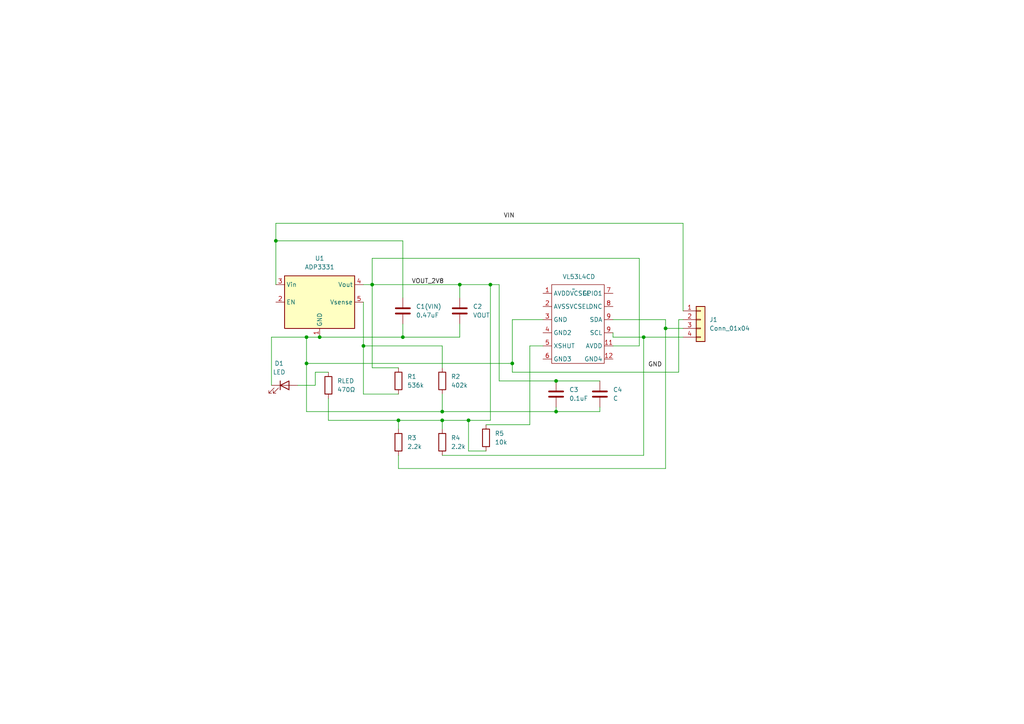
<source format=kicad_sch>
(kicad_sch (version 20250114) (generator "eeschema") (generator_version "9.0")
  (paper "A4")
  (lib_symbols
    (symbol "Connector_Generic:Conn_01x04" (pin_names (offset 1.016) (hide yes))
      (property "Reference" "J1" (at 2.54 0.0001 0))
      (property "Value" "Conn_01x04" (at 2.54 -2.5399 0))
      (symbol "Conn_01x04_1_1"
        (rectangle (start -1.27 3.81) (end 1.27 -6.35) (stroke (width 0.254)) (fill (type background)))
        (rectangle (start -1.27 2.667) (end 0 2.413) (stroke (width 0.1524)))
        (rectangle (start -1.27 0.127) (end 0 -0.127) (stroke (width 0.1524)))
        (rectangle (start -1.27 -2.413) (end 0 -2.667) (stroke (width 0.1524)))
        (rectangle (start -1.27 -4.953) (end 0 -5.207) (stroke (width 0.1524)))
        (pin passive line (at -5.08 2.54 0) (length 3.81) (name "Pin_1") (number "1"))
        (pin passive line (at -5.08 0 0) (length 3.81) (name "Pin_2") (number "2"))
        (pin passive line (at -5.08 -2.54 0) (length 3.81) (name "SDA") (number "3"))
        (pin passive line (at -5.08 -5.08 0) (length 3.81) (name "SCL") (number "4"))
      )
    )
    (symbol "Device:C" (pin_numbers (hide yes)) (pin_names (offset 0.254))
      (property "Reference" "C" (at 0.635 2.54 0))
      (property "Value" "C" (at 0.635 -2.54 0))
      (symbol "C_0_1"
        (polyline (pts (xy -2.032 0.762) (xy 2.032 0.762)) (stroke (width 0.508)))
        (polyline (pts (xy -2.032 -0.762) (xy 2.032 -0.762)) (stroke (width 0.508)))
      )
      (symbol "C_1_1"
        (pin passive line (at 0 3.81 270) (length 2.794) (name "~") (number "1"))
        (pin passive line (at 0 -3.81 90) (length 2.794) (name "~") (number "2"))
      )
    )
    (symbol "Device:LED" (pin_numbers (hide yes)) (pin_names (offset 1.016) (hide yes))
      (property "Reference" "D" (at 0 2.54 0))
      (property "Value" "LED" (at 0 -2.54 0))
      (symbol "LED_0_1"
        (polyline (pts (xy -3.048 -0.762) (xy -4.572 -2.286) (xy -3.81 -2.286) (xy -4.572 -2.286) (xy -4.572 -1.524)))
        (polyline (pts (xy -1.778 -0.762) (xy -3.302 -2.286) (xy -2.54 -2.286) (xy -3.302 -2.286) (xy -3.302 -1.524)))
        (polyline (pts (xy -1.27 0) (xy 1.27 0)))
        (polyline (pts (xy -1.27 -1.27) (xy -1.27 1.27)) (stroke (width 0.254)))
        (polyline (pts (xy 1.27 -1.27) (xy 1.27 1.27) (xy -1.27 0) (xy 1.27 -1.27)) (stroke (width 0.254)))
      )
      (symbol "LED_1_1"
        (pin passive line (at -3.81 0 0) (length 2.54) (name "K") (number "1"))
        (pin passive line (at 3.81 0 180) (length 2.54) (name "A") (number "2"))
      )
    )
    (symbol "Device:R" (pin_numbers (hide yes)) (pin_names (offset 0))
      (property "Reference" "R" (at 2.032 0 90))
      (property "Value" "R" (at 0 0 90))
      (symbol "R_0_1"
        (rectangle (start -1.016 -2.54) (end 1.016 2.54) (stroke (width 0.254)))
      )
      (symbol "R_1_1"
        (pin passive line (at 0 3.81 270) (length 1.27) (name "~") (number "1"))
        (pin passive line (at 0 -3.81 90) (length 1.27) (name "~") (number "2"))
      )
    )
    (symbol "Regulator_Linear:LDO40LPU33RY"
      (property "Reference" "U" (at 0 0 0))
      (property "Value" "LDO40LPU33RY" (at 0 0 0))
      (symbol "LDO40LPU33RY_1_1"
        (rectangle (start -10.16 7.62) (end 10.16 -7.62) (stroke (width 0.254)) (fill (type background)))
        (pin power_in line (at -12.7 5.08 0) (length 2.54) (name "Vin") (number "3"))
        (pin input line (at -12.7 0 0) (length 2.54) (name "EN") (number "2"))
        (pin no_connect line (at -2.54 -10.16 90) (length 2.54) (hide yes) (name "NC") (number "6"))
        (pin power_in line (at 0 -10.16 90) (length 2.54) (name "GND") (number "1"))
        (pin passive line (at 0 -10.16 90) (length 2.54) (hide yes) (name "GND") (number "7"))
        (pin power_out line (at 12.7 5.08 180) (length 2.54) (name "Vout") (number "4"))
        (pin input line (at 12.7 0 180) (length 2.54) (name "Vsense") (number "5"))
      )
    )
    (symbol "VL53L4CD:VL53L4CD"
      (property "Reference" "VL53L4CD" (at 0.254 14.986 0))
      (property "Value" "~" (at -1.27 11.43 0))
      (symbol "VL53L4CD_0_1"
        (rectangle (start -7.62 12.7) (end 7.62 -10.16))
      )
      (symbol "VL53L4CD_1_1"
        (pin power_in line (at -10.16 10.16 0) (length 2.54) (name "AVDDVCSEL") (number "1"))
        (pin power_in line (at -10.16 6.35 0) (length 2.54) (name "AVSSVCSEL") (number "2"))
        (pin power_in line (at -10.16 2.54 0) (length 2.54) (name "GND") (number "3"))
        (pin power_in line (at -10.16 -1.27 0) (length 2.54) (name "GND2") (number "4"))
        (pin input line (at -10.16 -5.08 0) (length 2.54) (name "XSHUT") (number "5"))
        (pin power_in line (at -10.16 -8.89 0) (length 2.54) (name "GND3") (number "6"))
        (pin open_collector line (at 10.16 10.16 180) (length 2.54) (name "GPIO1") (number "7"))
        (pin passive line (at 10.16 6.35 180) (length 2.54) (name "DNC") (number "8"))
        (pin bidirectional line (at 10.16 2.54 180) (length 2.54) (name "SDA") (number "9"))
        (pin input line (at 10.16 -1.27 180) (length 2.54) (name "SCL") (number "9"))
        (pin power_in line (at 10.16 -5.08 180) (length 2.54) (name "AVDD") (number "11"))
        (pin power_in line (at 10.16 -8.89 180) (length 2.54) (name "GND4") (number "12"))
      )
    )
  )
  (junction (at 128.27 119.38))
  (junction (at 107.95 82.55))
  (junction (at 92.71 97.79))
  (junction (at 88.9 97.79))
  (junction (at 148.59 105.41))
  (junction (at 193.04 95.25))
  (junction (at 88.9 105.41))
  (junction (at 186.69 97.79))
  (junction (at 161.29 110.49))
  (junction (at 142.24 82.55))
  (junction (at 128.27 121.92))
  (junction (at 105.41 100.33))
  (junction (at 133.35 82.55))
  (junction (at 161.29 119.38))
  (junction (at 115.57 121.92))
  (junction (at 135.89 121.92))
  (junction (at 116.84 97.79))
  (junction (at 80.01 69.85))
  (wire (pts (xy 105.41 87.63) (xy 105.41 100.33)))
  (wire (pts (xy 193.04 92.71) (xy 193.04 95.25)))
  (wire (pts (xy 135.89 130.81) (xy 140.97 130.81)))
  (wire (pts (xy 105.41 82.55) (xy 107.95 82.55)))
  (wire (pts (xy 95.25 121.92) (xy 115.57 121.92)))
  (wire (pts (xy 177.8 100.33) (xy 185.42 100.33)))
  (wire (pts (xy 80.01 69.85) (xy 80.01 82.55)))
  (wire (pts (xy 116.84 97.79) (xy 133.35 97.79)))
  (wire (pts (xy 95.25 115.57) (xy 95.25 121.92)))
  (wire (pts (xy 196.85 92.71) (xy 198.12 92.71)))
  (wire (pts (xy 115.57 106.68) (xy 107.95 106.68)))
  (wire (pts (xy 115.57 121.92) (xy 115.57 124.46)))
  (wire (pts (xy 148.59 107.95) (xy 148.59 105.41)))
  (wire (pts (xy 128.27 106.68) (xy 128.27 100.33)))
  (wire (pts (xy 161.29 119.38) (xy 173.99 119.38)))
  (wire (pts (xy 80.01 69.85) (xy 116.84 69.85)))
  (wire (pts (xy 193.04 95.25) (xy 198.12 95.25)))
  (wire (pts (xy 88.9 105.41) (xy 148.59 105.41)))
  (wire (pts (xy 142.24 121.92) (xy 135.89 121.92)))
  (wire (pts (xy 128.27 114.3) (xy 128.27 119.38)))
  (wire (pts (xy 140.97 123.19) (xy 153.67 123.19)))
  (wire (pts (xy 142.24 82.55) (xy 142.24 121.92)))
  (wire (pts (xy 91.44 107.95) (xy 95.25 107.95)))
  (wire (pts (xy 193.04 95.25) (xy 193.04 135.89)))
  (wire (pts (xy 185.42 100.33) (xy 185.42 74.93)))
  (wire (pts (xy 133.35 82.55) (xy 142.24 82.55)))
  (wire (pts (xy 78.74 97.79) (xy 88.9 97.79)))
  (wire (pts (xy 144.78 82.55) (xy 144.78 110.49)))
  (wire (pts (xy 88.9 119.38) (xy 88.9 105.41)))
  (wire (pts (xy 105.41 100.33) (xy 105.41 114.3)))
  (wire (pts (xy 177.8 97.79) (xy 177.8 96.52)))
  (wire (pts (xy 193.04 135.89) (xy 115.57 135.89)))
  (wire (pts (xy 115.57 135.89) (xy 115.57 132.08)))
  (wire (pts (xy 135.89 121.92) (xy 135.89 130.81)))
  (wire (pts (xy 107.95 82.55) (xy 107.95 106.68)))
  (wire (pts (xy 88.9 97.79) (xy 92.71 97.79)))
  (wire (pts (xy 177.8 97.79) (xy 186.69 97.79)))
  (wire (pts (xy 107.95 82.55) (xy 133.35 82.55)))
  (wire (pts (xy 91.44 111.76) (xy 91.44 107.95)))
  (wire (pts (xy 128.27 119.38) (xy 161.29 119.38)))
  (wire (pts (xy 128.27 121.92) (xy 128.27 124.46)))
  (wire (pts (xy 142.24 82.55) (xy 144.78 82.55)))
  (wire (pts (xy 135.89 121.92) (xy 128.27 121.92)))
  (wire (pts (xy 115.57 114.3) (xy 105.41 114.3)))
  (wire (pts (xy 107.95 74.93) (xy 107.95 82.55)))
  (wire (pts (xy 161.29 118.11) (xy 161.29 119.38)))
  (wire (pts (xy 88.9 105.41) (xy 88.9 97.79)))
  (wire (pts (xy 128.27 100.33) (xy 105.41 100.33)))
  (wire (pts (xy 157.48 92.71) (xy 148.59 92.71)))
  (wire (pts (xy 186.69 97.79) (xy 198.12 97.79)))
  (wire (pts (xy 148.59 107.95) (xy 196.85 107.95)))
  (wire (pts (xy 185.42 74.93) (xy 107.95 74.93)))
  (wire (pts (xy 157.48 100.33) (xy 153.67 100.33)))
  (wire (pts (xy 128.27 121.92) (xy 115.57 121.92)))
  (wire (pts (xy 116.84 93.98) (xy 116.84 97.79)))
  (wire (pts (xy 133.35 82.55) (xy 133.35 86.36)))
  (wire (pts (xy 80.01 64.77) (xy 80.01 69.85)))
  (wire (pts (xy 88.9 119.38) (xy 128.27 119.38)))
  (wire (pts (xy 86.36 111.76) (xy 91.44 111.76)))
  (wire (pts (xy 186.69 132.08) (xy 186.69 97.79)))
  (wire (pts (xy 92.71 97.79) (xy 116.84 97.79)))
  (wire (pts (xy 128.27 132.08) (xy 186.69 132.08)))
  (wire (pts (xy 133.35 97.79) (xy 133.35 93.98)))
  (wire (pts (xy 198.12 64.77) (xy 80.01 64.77)))
  (wire (pts (xy 161.29 110.49) (xy 173.99 110.49)))
  (wire (pts (xy 78.74 111.76) (xy 78.74 97.79)))
  (wire (pts (xy 116.84 69.85) (xy 116.84 86.36)))
  (wire (pts (xy 148.59 92.71) (xy 148.59 105.41)))
  (wire (pts (xy 177.8 92.71) (xy 193.04 92.71)))
  (wire (pts (xy 196.85 92.71) (xy 196.85 107.95)))
  (wire (pts (xy 144.78 110.49) (xy 161.29 110.49)))
  (wire (pts (xy 173.99 118.11) (xy 173.99 119.38)))
  (wire (pts (xy 198.12 90.17) (xy 198.12 64.77)))
  (wire (pts (xy 153.67 100.33) (xy 153.67 123.19)))
  (label "VIN" (at 146.05 63.5 0))
  (label "GND" (at 187.96 106.68 0))
  (label "VOUT_2V8" (at 119.38 82.55 0))
  (symbol (lib_id "Device:LED") (at 82.55 111.76 0) (unit 1)
    (property "Reference" "D1" (at 80.9625 105.41 0))
    (property "Value" "LED" (at 80.9625 107.95 0))
    (property "Description" "Light emitting diode" (effects (hide yes)))
    (property "Sim.Pins" "1=K 2=A" (effects (hide yes)))
  )
  (symbol (lib_id "Device:R") (at 115.57 128.27 0) (unit 1)
    (property "Reference" "R3" (at 118.11 126.9999 0) (effects (justify left)))
    (property "Value" "2.2k" (at 118.11 129.5399 0) (effects (justify left)))
    (property "Description" "Resistor" (effects (hide yes)))
  )
  (symbol (lib_id "Device:C") (at 133.35 90.17 0) (unit 1)
    (property "Reference" "C2" (at 137.16 88.8999 0) (effects (justify left)))
    (property "Value" "VOUT" (at 137.16 91.4399 0) (effects (justify left)))
    (property "Description" "Unpolarized capacitor" (effects (hide yes)))
  )
  (symbol (lib_id "Device:R") (at 128.27 128.27 0) (unit 1)
    (property "Reference" "R4" (at 130.81 126.9999 0) (effects (justify left)))
    (property "Value" "2.2k" (at 130.81 129.5399 0) (effects (justify left)))
    (property "Description" "Resistor" (effects (hide yes)))
  )
  (symbol (lib_id "Device:R") (at 115.57 110.49 0) (unit 1)
    (property "Reference" "R1" (at 118.11 109.2199 0) (effects (justify left)))
    (property "Value" "536k" (at 118.11 111.7599 0) (effects (justify left)))
    (property "Description" "Resistor" (effects (hide yes)))
  )
  (symbol (lib_id "Device:C") (at 173.99 114.3 0) (unit 1)
    (property "Reference" "C4" (at 177.8 113.0299 0) (effects (justify left)))
    (property "Value" "C" (at 177.8 115.5699 0) (effects (justify left)))
    (property "Description" "Unpolarized capacitor" (effects (hide yes)))
  )
  (symbol (lib_id "Device:R") (at 128.27 110.49 0) (unit 1)
    (property "Reference" "R2" (at 130.81 109.2199 0) (effects (justify left)))
    (property "Value" "402k" (at 130.81 111.7599 0) (effects (justify left)))
    (property "Description" "Resistor" (effects (hide yes)))
  )
  (symbol (lib_id "VL53L4CD:VL53L4CD") (at 167.64 95.25 0) (unit 1)
    (property "Reference" "VL53L4CD" (at 167.894 80.264 0))
    (property "Value" "~" (at 166.37 83.82 0))
  )
  (symbol (lib_id "Device:C") (at 116.84 90.17 0) (unit 1)
    (property "Reference" "C1(VIN)" (at 120.65 88.8999 0) (effects (justify left)))
    (property "Value" "0.47uF" (at 120.65 91.4399 0) (effects (justify left)))
    (property "Description" "Unpolarized capacitor" (effects (hide yes)))
  )
  (symbol (lib_id "Device:C") (at 161.29 114.3 0) (unit 1)
    (property "Reference" "C3" (at 165.1 113.0299 0) (effects (justify left)))
    (property "Value" "0.1uF" (at 165.1 115.5699 0) (effects (justify left)))
    (property "Description" "Unpolarized capacitor" (effects (hide yes)))
  )
  (symbol (lib_id "Device:R") (at 140.97 127 0) (unit 1)
    (property "Reference" "R5" (at 143.51 125.7299 0) (effects (justify left)))
    (property "Value" "10k" (at 143.51 128.2699 0) (effects (justify left)))
    (property "Description" "Resistor" (effects (hide yes)))
  )
  (symbol (lib_id "Connector_Generic:Conn_01x04") (at 203.2 92.71 0) (unit 1)
    (property "Reference" "J1" (at 205.74 92.7099 0) (effects (justify left)))
    (property "Value" "Conn_01x04" (at 205.74 95.2499 0) (effects (justify left)))
    (property "Description" "Generic connector, single row, 01x04, script generated (kicad-library-utils/schlib/autogen/connector/)" (effects (hide yes)))
  )
  (symbol (lib_id "Regulator_Linear:LDO40LPU33RY") (at 92.71 87.63 0) (unit 1)
    (property "Reference" "U1" (at 92.71 74.93 0))
    (property "Value" "ADP3331" (at 92.71 77.47 0))
    (property "Footprint" "Package_DFN_QFN:DFN-6-1EP_3x3mm_P0.95mm_EP1.7x2.6mm" (effects (hide yes)))
    (property "Datasheet" "https://www.st.com/resource/en/datasheet/ldo40l.pdf" (effects (hide yes)))
    (property "Description" "400mA, 3.5V-38V input, fixed positive 3.3V output, LDO regulator with enable, DFN-6" (effects (hide yes)))
  )
  (symbol (lib_id "Device:R") (at 95.25 111.76 0) (unit 1)
    (property "Reference" "RLED" (at 97.79 110.4899 0) (effects (justify left)))
    (property "Value" "470Ω" (at 97.79 113.0299 0) (effects (justify left)))
    (property "Description" "Resistor" (effects (hide yes)))
  )
)
</source>
